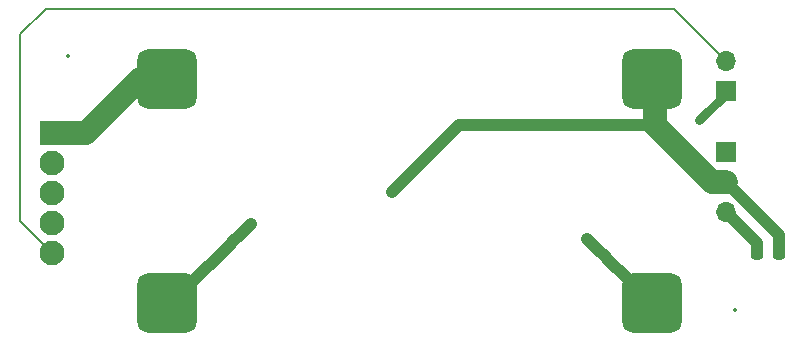
<source format=gtl>
%TF.GenerationSoftware,KiCad,Pcbnew,8.0.5*%
%TF.CreationDate,2025-02-14T13:05:26+01:00*%
%TF.ProjectId,servo_plate,73657276-6f5f-4706-9c61-74652e6b6963,rev?*%
%TF.SameCoordinates,Original*%
%TF.FileFunction,Copper,L1,Top*%
%TF.FilePolarity,Positive*%
%FSLAX46Y46*%
G04 Gerber Fmt 4.6, Leading zero omitted, Abs format (unit mm)*
G04 Created by KiCad (PCBNEW 8.0.5) date 2025-02-14 13:05:26*
%MOMM*%
%LPD*%
G01*
G04 APERTURE LIST*
G04 Aperture macros list*
%AMRoundRect*
0 Rectangle with rounded corners*
0 $1 Rounding radius*
0 $2 $3 $4 $5 $6 $7 $8 $9 X,Y pos of 4 corners*
0 Add a 4 corners polygon primitive as box body*
4,1,4,$2,$3,$4,$5,$6,$7,$8,$9,$2,$3,0*
0 Add four circle primitives for the rounded corners*
1,1,$1+$1,$2,$3*
1,1,$1+$1,$4,$5*
1,1,$1+$1,$6,$7*
1,1,$1+$1,$8,$9*
0 Add four rect primitives between the rounded corners*
20,1,$1+$1,$2,$3,$4,$5,0*
20,1,$1+$1,$4,$5,$6,$7,0*
20,1,$1+$1,$6,$7,$8,$9,0*
20,1,$1+$1,$8,$9,$2,$3,0*%
G04 Aperture macros list end*
%TA.AperFunction,ComponentPad*%
%ADD10RoundRect,0.820210X-1.679790X-1.679790X1.679790X-1.679790X1.679790X1.679790X-1.679790X1.679790X0*%
%TD*%
%TA.AperFunction,SMDPad,CuDef*%
%ADD11RoundRect,0.250000X-0.250000X-0.475000X0.250000X-0.475000X0.250000X0.475000X-0.250000X0.475000X0*%
%TD*%
%TA.AperFunction,ComponentPad*%
%ADD12R,1.700000X1.700000*%
%TD*%
%TA.AperFunction,ComponentPad*%
%ADD13O,1.700000X1.700000*%
%TD*%
%TA.AperFunction,ComponentPad*%
%ADD14R,2.100000X2.100000*%
%TD*%
%TA.AperFunction,ComponentPad*%
%ADD15C,2.100000*%
%TD*%
%TA.AperFunction,ViaPad*%
%ADD16C,0.600000*%
%TD*%
%TA.AperFunction,Conductor*%
%ADD17C,0.200000*%
%TD*%
%TA.AperFunction,Conductor*%
%ADD18C,1.000000*%
%TD*%
%TA.AperFunction,Conductor*%
%ADD19C,2.000000*%
%TD*%
%TA.AperFunction,Conductor*%
%ADD20C,0.800000*%
%TD*%
%ADD21C,0.300000*%
%ADD22O,0.762000X0.762000*%
%ADD23C,0.350000*%
G04 APERTURE END LIST*
D10*
%TO.P,DC1,0,IN+*%
%TO.N,BAT+*%
X95950000Y-64950000D03*
%TO.P,DC1,1,IN-*%
%TO.N,GND*%
X95950000Y-83950000D03*
%TO.P,DC1,2,OUT+*%
%TO.N,5V+*%
X136950000Y-64950000D03*
%TO.P,DC1,3,OUT-*%
%TO.N,GND*%
X136950000Y-83950000D03*
%TD*%
D11*
%TO.P,C2,1*%
%TO.N,GND*%
X145850000Y-79500000D03*
%TO.P,C2,2*%
%TO.N,5V+*%
X147750000Y-79500000D03*
%TD*%
D12*
%TO.P,M1,1,PWM*%
%TO.N,PWM*%
X143250000Y-71160000D03*
D13*
%TO.P,M1,2,+*%
%TO.N,5V+*%
X143250000Y-73700000D03*
%TO.P,M1,3,-*%
%TO.N,GND*%
X143250000Y-76240000D03*
%TD*%
D12*
%TO.P,SW1,1,1*%
%TO.N,GND*%
X143250000Y-65975000D03*
D13*
%TO.P,SW1,2,2*%
%TO.N,BUTTON*%
X143250000Y-63435000D03*
%TD*%
D14*
%TO.P,J1,1,Pin_1*%
%TO.N,BAT+*%
X86200000Y-69500000D03*
D15*
%TO.P,J1,2,Pin_2*%
%TO.N,GND*%
X86200000Y-72040000D03*
%TO.P,J1,3,Pin_3*%
%TO.N,LED*%
X86200000Y-74580000D03*
%TO.P,J1,4,Pin_4*%
%TO.N,PWM*%
X86200000Y-77120000D03*
%TO.P,J1,5,Pin_5*%
%TO.N,BUTTON*%
X86200000Y-79660000D03*
%TD*%
D16*
%TO.N,GND*%
X134250000Y-81250000D03*
X133750000Y-80750000D03*
X133250000Y-80250000D03*
X132750000Y-79750000D03*
X134750000Y-81750000D03*
X135250000Y-82250000D03*
X132250000Y-79250000D03*
X131500000Y-78500000D03*
X103000000Y-77250000D03*
X102250000Y-78000000D03*
X101750000Y-78500000D03*
X101250000Y-79000000D03*
X100750000Y-79500000D03*
X100250000Y-80000000D03*
X99750000Y-80500000D03*
X99250000Y-81000000D03*
X98750000Y-81500000D03*
%TO.N,5V+*%
X115000000Y-74500000D03*
%TO.N,GND*%
X141000000Y-68450000D03*
%TD*%
D17*
%TO.N,BUTTON*%
X138815000Y-59000000D02*
X143250000Y-63435000D01*
X85684201Y-59000000D02*
X138815000Y-59000000D01*
X83500000Y-61184201D02*
X85684201Y-59000000D01*
X83500000Y-76960000D02*
X83500000Y-61184201D01*
X86200000Y-79660000D02*
X83500000Y-76960000D01*
D18*
%TO.N,5V+*%
X147750000Y-79500000D02*
X147750000Y-78200000D01*
X147750000Y-78200000D02*
X143250000Y-73700000D01*
%TO.N,GND*%
X145850000Y-78840000D02*
X143250000Y-76240000D01*
X145850000Y-79500000D02*
X145850000Y-78840000D01*
X135750000Y-82750000D02*
X135250000Y-82250000D01*
X135250000Y-82250000D02*
X134750000Y-81750000D01*
X132875000Y-79875000D02*
X132500000Y-79500000D01*
X133375000Y-80375000D02*
X132875000Y-79875000D01*
X134750000Y-81750000D02*
X134250000Y-81250000D01*
X132000000Y-79000000D02*
X131500000Y-78500000D01*
X133875000Y-80875000D02*
X133375000Y-80375000D01*
X132500000Y-79500000D02*
X132000000Y-79000000D01*
X134250000Y-81250000D02*
X133875000Y-80875000D01*
X102500000Y-77750000D02*
X103000000Y-77250000D01*
X102000000Y-78250000D02*
X102500000Y-77750000D01*
X101625000Y-78625000D02*
X102000000Y-78250000D01*
X101125000Y-79125000D02*
X101625000Y-78625000D01*
X100625000Y-79625000D02*
X101125000Y-79125000D01*
X100250000Y-80000000D02*
X100625000Y-79625000D01*
X99750000Y-80500000D02*
X100250000Y-80000000D01*
X99250000Y-81000000D02*
X99750000Y-80500000D01*
X98750000Y-81500000D02*
X99250000Y-81000000D01*
X96300000Y-83950000D02*
X98750000Y-81500000D01*
X95950000Y-83950000D02*
X96300000Y-83950000D01*
%TO.N,BAT+*%
X95950000Y-64950000D02*
X93650000Y-64950000D01*
D19*
X93650000Y-64950000D02*
X89100000Y-69500000D01*
X89100000Y-69500000D02*
X86200000Y-69500000D01*
D18*
%TO.N,5V+*%
X137200000Y-68852081D02*
X120647919Y-68852081D01*
D19*
X143250000Y-73700000D02*
X142047919Y-73700000D01*
X137200000Y-68852081D02*
X137200000Y-64950000D01*
X142047919Y-73700000D02*
X137200000Y-68852081D01*
D18*
X120647919Y-68852081D02*
X115000000Y-74500000D01*
D20*
%TO.N,GND*%
X143250000Y-65975000D02*
X143250000Y-66200000D01*
X143250000Y-66200000D02*
X141000000Y-68450000D01*
D18*
X96200000Y-83950000D02*
X96200000Y-83750000D01*
%TD*%
D21*
X134250000Y-81250000D03*
X133750000Y-80750000D03*
X133250000Y-80250000D03*
X132750000Y-79750000D03*
X134750000Y-81750000D03*
X135250000Y-82250000D03*
X132250000Y-79250000D03*
X131500000Y-78500000D03*
X103000000Y-77250000D03*
X102250000Y-78000000D03*
X101750000Y-78500000D03*
X101250000Y-79000000D03*
X100750000Y-79500000D03*
X100250000Y-80000000D03*
X99750000Y-80500000D03*
X99250000Y-81000000D03*
X98750000Y-81500000D03*
X115000000Y-74500000D03*
X141000000Y-68450000D03*
D22*
X95950000Y-64950000D03*
X95950000Y-83950000D03*
X136950000Y-64950000D03*
X136950000Y-83950000D03*
D23*
X87500000Y-63000000D03*
X143250000Y-71160000D03*
X143250000Y-73700000D03*
X143250000Y-76240000D03*
X143250000Y-65975000D03*
X143250000Y-63435000D03*
X86200000Y-69500000D03*
X86200000Y-72040000D03*
X86200000Y-74580000D03*
X86200000Y-77120000D03*
X86200000Y-79660000D03*
X144000000Y-84500000D03*
M02*

</source>
